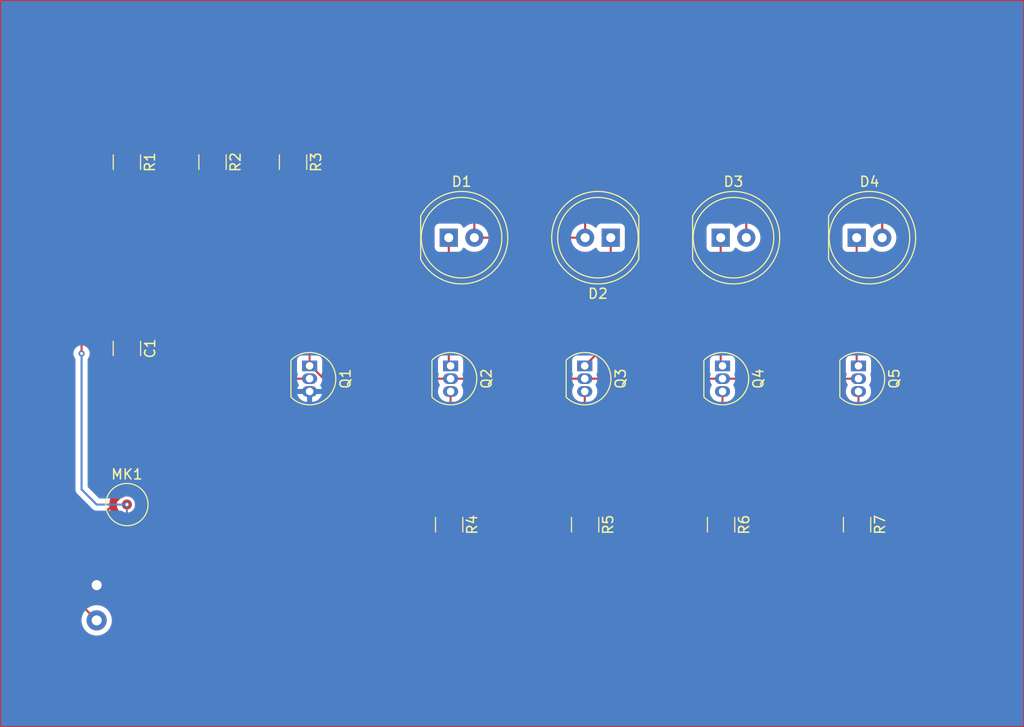
<source format=kicad_pcb>
(kicad_pcb (version 20240108) (generator "pcbnew") (generator_version "8.0")
  (layers (0 "F.Cu" signal) (31 "B.Cu" signal) (34 "B.Paste" user) (35 "F.Paste" user) (36 "B.SilkS" user "B.Silkscreen") (37 "F.SilkS" user "F.Silkscreen") (38 "B.Mask" user) (39 "F.Mask" user) (44 "Edge.Cuts" user))
  (net 0 "")
  (net 1 "Net-(Q1-B)")
  (net 2 "Net-(MK1-+)")
  (net 3 "+9V")
  (net 4 "Net-(D1-K)")
  (net 5 "Net-(D2-K)")
  (net 6 "Net-(D3-K)")
  (net 7 "Net-(D4-K)")
  (net 8 "GND")
  (net 9 "Net-(Q1-C)")
  (net 10 "Net-(Q2-E)")
  (net 11 "Net-(Q3-E)")
  (net 12 "Net-(Q4-E)")
  (net 13 "Net-(Q5-E)")
  (footprint "Resistor_SMD:R_1210_3225Metric" (layer "F.Cu") (at 121.5 69 -90)
    (property "Reference" "R2" (at 0 -2.28 90) (layer "F.SilkS"))
    (property "Value" "1M")
    (fp_line (start -0.723737 1.355) (end 0.723737 1.355) (stroke (width 0.12)) (layer "F.SilkS"))
    (fp_line (start -0.723737 -1.355) (end 0.723737 -1.355) (stroke (width 0.12)) (layer "F.SilkS"))
    (pad "1" smd roundrect (at -1.4625 0 270) (size 1.125 2.65) (layers "F.Cu" "F.Paste" "F.Mask") (roundrect_rratio 0.222222) (net 3 "+9V"))
    (pad "2" smd roundrect (at 1.4625 0 270) (size 1.125 2.65) (layers "F.Cu" "F.Paste" "F.Mask") (roundrect_rratio 0.222222) (net 1 "Net-(Q1-B)"))
  )
  (footprint "Resistor_SMD:R_1210_3225Metric" (layer "F.Cu") (at 145 105 -90)
    (property "Reference" "R4" (at 0 -2.28 90) (layer "F.SilkS"))
    (property "Value" "1k")
    (fp_line (start -0.723737 1.355) (end 0.723737 1.355) (stroke (width 0.12)) (layer "F.SilkS"))
    (fp_line (start -0.723737 -1.355) (end 0.723737 -1.355) (stroke (width 0.12)) (layer "F.SilkS"))
    (pad "1" smd roundrect (at -1.4625 0 270) (size 1.125 2.65) (layers "F.Cu" "F.Paste" "F.Mask") (roundrect_rratio 0.222222) (net 10 "Net-(Q2-E)"))
    (pad "2" smd roundrect (at 1.4625 0 270) (size 1.125 2.65) (layers "F.Cu" "F.Paste" "F.Mask") (roundrect_rratio 0.222222) (net 8 "GND"))
  )
  (footprint "Package_TO_SOT_THT:TO-92_Inline" (layer "F.Cu") (at 158.46 89.23 -90)
    (property "Reference" "Q3" (at 1.27 -3.56 90) (layer "F.SilkS"))
    (property "Value" "BC547")
    (fp_line (start -0.53 1.85) (end 3.07 1.85) (stroke (width 0.12)) (layer "F.SilkS"))
    (fp_arc (start -0.568478 1.838478) (mid -1.132087 -0.994977) (end 1.27 -2.6) (stroke (width 0.12)) (layer "F.SilkS"))
    (fp_arc (start 1.27 -2.6) (mid 3.672087 -0.994977) (end 3.108478 1.838478) (stroke (width 0.12)) (layer "F.SilkS"))
    (pad "1" thru_hole rect (at 0 0 270) (size 1.05 1.5) (drill 0.75) (layers "*.Cu" "*.Mask") (net 5 "Net-(D2-K)"))
    (pad "2" thru_hole oval (at 1.27 0 270) (size 1.05 1.5) (drill 0.75) (layers "*.Cu" "*.Mask") (net 9 "Net-(Q1-C)"))
    (pad "3" thru_hole oval (at 2.54 0 270) (size 1.05 1.5) (drill 0.75) (layers "*.Cu" "*.Mask") (net 11 "Net-(Q3-E)"))
  )
  (footprint "Package_TO_SOT_THT:TO-92_Inline" (layer "F.Cu") (at 131.14 89.23 -90)
    (property "Reference" "Q1" (at 1.27 -3.56 90) (layer "F.SilkS"))
    (property "Value" "BC547")
    (fp_line (start -0.53 1.85) (end 3.07 1.85) (stroke (width 0.12)) (layer "F.SilkS"))
    (fp_arc (start -0.568478 1.838478) (mid -1.132087 -0.994977) (end 1.27 -2.6) (stroke (width 0.12)) (layer "F.SilkS"))
    (fp_arc (start 1.27 -2.6) (mid 3.672087 -0.994977) (end 3.108478 1.838478) (stroke (width 0.12)) (layer "F.SilkS"))
    (pad "1" thru_hole rect (at 0 0 270) (size 1.05 1.5) (drill 0.75) (layers "*.Cu" "*.Mask") (net 9 "Net-(Q1-C)"))
    (pad "2" thru_hole oval (at 1.27 0 270) (size 1.05 1.5) (drill 0.75) (layers "*.Cu" "*.Mask") (net 1 "Net-(Q1-B)"))
    (pad "3" thru_hole oval (at 2.54 0 270) (size 1.05 1.5) (drill 0.75) (layers "*.Cu" "*.Mask") (net 8 "GND"))
  )
  (footprint "LED_THT:LED_D8.0mm" (layer "F.Cu") (at 171.96 76.5)
    (property "Reference" "D3" (at 1.27 -5.56 0) (layer "F.SilkS"))
    (property "Value" "LED")
    (fp_line (start -2.79 -2.142) (end -2.79 2.142) (stroke (width 0.12)) (layer "F.SilkS"))
    (fp_arc (start -2.79 -2.141145) (mid 2.373119 -4.455472) (end 5.86 0.000486) (stroke (width 0.12)) (layer "F.SilkS"))
    (fp_arc (start 5.86 -0.000486) (mid 2.373119 4.455472) (end -2.79 2.141145) (stroke (width 0.12)) (layer "F.SilkS"))
    (fp_circle (center 1.27 0) (end 5.27 0) (stroke (width 0.12)) (fill none) (layer "F.SilkS"))
    (pad "1" thru_hole rect (at 0 0) (size 1.8 1.8) (drill 0.9) (layers "*.Cu" "*.Mask") (net 6 "Net-(D3-K)"))
    (pad "2" thru_hole circle (at 2.54 0) (size 1.8 1.8) (drill 0.9) (layers "*.Cu" "*.Mask") (net 3 "+9V"))
  )
  (footprint "Resistor_SMD:R_1210_3225Metric" (layer "F.Cu") (at 172 105 -90)
    (property "Reference" "R6" (at 0 -2.28 90) (layer "F.SilkS"))
    (property "Value" "1k")
    (fp_line (start -0.723737 1.355) (end 0.723737 1.355) (stroke (width 0.12)) (layer "F.SilkS"))
    (fp_line (start -0.723737 -1.355) (end 0.723737 -1.355) (stroke (width 0.12)) (layer "F.SilkS"))
    (pad "1" smd roundrect (at -1.4625 0 270) (size 1.125 2.65) (layers "F.Cu" "F.Paste" "F.Mask") (roundrect_rratio 0.222222) (net 12 "Net-(Q4-E)"))
    (pad "2" smd roundrect (at 1.4625 0 270) (size 1.125 2.65) (layers "F.Cu" "F.Paste" "F.Mask") (roundrect_rratio 0.222222) (net 8 "GND"))
  )
  (footprint "LED_THT:LED_D8.0mm" (layer "F.Cu") (at 185.46 76.5)
    (property "Reference" "D4" (at 1.27 -5.56 0) (layer "F.SilkS"))
    (property "Value" "LED")
    (fp_line (start -2.79 -2.142) (end -2.79 2.142) (stroke (width 0.12)) (layer "F.SilkS"))
    (fp_arc (start -2.79 -2.141145) (mid 2.373119 -4.455472) (end 5.86 0.000486) (stroke (width 0.12)) (layer "F.SilkS"))
    (fp_arc (start 5.86 -0.000486) (mid 2.373119 4.455472) (end -2.79 2.141145) (stroke (width 0.12)) (layer "F.SilkS"))
    (fp_circle (center 1.27 0) (end 5.27 0) (stroke (width 0.12)) (fill none) (layer "F.SilkS"))
    (pad "1" thru_hole rect (at 0 0) (size 1.8 1.8) (drill 0.9) (layers "*.Cu" "*.Mask") (net 7 "Net-(D4-K)"))
    (pad "2" thru_hole circle (at 2.54 0) (size 1.8 1.8) (drill 0.9) (layers "*.Cu" "*.Mask") (net 3 "+9V"))
  )
  (footprint "LED_THT:LED_D8.0mm" (layer "F.Cu") (at 144.96 76.5)
    (property "Reference" "D1" (at 1.27 -5.56 0) (layer "F.SilkS"))
    (property "Value" "LED")
    (fp_line (start -2.79 -2.142) (end -2.79 2.142) (stroke (width 0.12)) (layer "F.SilkS"))
    (fp_arc (start -2.79 -2.141145) (mid 2.373119 -4.455472) (end 5.86 0.000486) (stroke (width 0.12)) (layer "F.SilkS"))
    (fp_arc (start 5.86 -0.000486) (mid 2.373119 4.455472) (end -2.79 2.141145) (stroke (width 0.12)) (layer "F.SilkS"))
    (fp_circle (center 1.27 0) (end 5.27 0) (stroke (width 0.12)) (fill none) (layer "F.SilkS"))
    (pad "1" thru_hole rect (at 0 0) (size 1.8 1.8) (drill 0.9) (layers "*.Cu" "*.Mask") (net 4 "Net-(D1-K)"))
    (pad "2" thru_hole circle (at 2.54 0) (size 1.8 1.8) (drill 0.9) (layers "*.Cu" "*.Mask") (net 3 "+9V"))
  )
  (footprint "Package_TO_SOT_THT:TO-92_Inline" (layer "F.Cu") (at 172.14 89.23 -90)
    (property "Reference" "Q4" (at 1.27 -3.56 90) (layer "F.SilkS"))
    (property "Value" "BC547")
    (fp_line (start -0.53 1.85) (end 3.07 1.85) (stroke (width 0.12)) (layer "F.SilkS"))
    (fp_arc (start -0.568478 1.838478) (mid -1.132087 -0.994977) (end 1.27 -2.6) (stroke (width 0.12)) (layer "F.SilkS"))
    (fp_arc (start 1.27 -2.6) (mid 3.672087 -0.994977) (end 3.108478 1.838478) (stroke (width 0.12)) (layer "F.SilkS"))
    (pad "1" thru_hole rect (at 0 0 270) (size 1.05 1.5) (drill 0.75) (layers "*.Cu" "*.Mask") (net 6 "Net-(D3-K)"))
    (pad "2" thru_hole oval (at 1.27 0 270) (size 1.05 1.5) (drill 0.75) (layers "*.Cu" "*.Mask") (net 9 "Net-(Q1-C)"))
    (pad "3" thru_hole oval (at 2.54 0 270) (size 1.05 1.5) (drill 0.75) (layers "*.Cu" "*.Mask") (net 12 "Net-(Q4-E)"))
  )
  (footprint "Resistor_SMD:R_1210_3225Metric" (layer "F.Cu") (at 113 69 -90)
    (property "Reference" "R1" (at 0 -2.28 90) (layer "F.SilkS"))
    (property "Value" "10k")
    (fp_line (start -0.723737 1.355) (end 0.723737 1.355) (stroke (width 0.12)) (layer "F.SilkS"))
    (fp_line (start -0.723737 -1.355) (end 0.723737 -1.355) (stroke (width 0.12)) (layer "F.SilkS"))
    (pad "1" smd roundrect (at -1.4625 0 270) (size 1.125 2.65) (layers "F.Cu" "F.Paste" "F.Mask") (roundrect_rratio 0.222222) (net 3 "+9V"))
    (pad "2" smd roundrect (at 1.4625 0 270) (size 1.125 2.65) (layers "F.Cu" "F.Paste" "F.Mask") (roundrect_rratio 0.222222) (net 2 "Net-(MK1-+)"))
  )
  (footprint "Resistor_SMD:R_1210_3225Metric" (layer "F.Cu") (at 158.5 105 -90)
    (property "Reference" "R5" (at 0 -2.28 90) (layer "F.SilkS"))
    (property "Value" "1k")
    (fp_line (start -0.723737 1.355) (end 0.723737 1.355) (stroke (width 0.12)) (layer "F.SilkS"))
    (fp_line (start -0.723737 -1.355) (end 0.723737 -1.355) (stroke (width 0.12)) (layer "F.SilkS"))
    (pad "1" smd roundrect (at -1.4625 0 270) (size 1.125 2.65) (layers "F.Cu" "F.Paste" "F.Mask") (roundrect_rratio 0.222222) (net 11 "Net-(Q3-E)"))
    (pad "2" smd roundrect (at 1.4625 0 270) (size 1.125 2.65) (layers "F.Cu" "F.Paste" "F.Mask") (roundrect_rratio 0.222222) (net 8 "GND"))
  )
  (footprint "Package_TO_SOT_THT:TO-92_Inline" (layer "F.Cu") (at 185.64 89.23 -90)
    (property "Reference" "Q5" (at 1.27 -3.56 90) (layer "F.SilkS"))
    (property "Value" "BC547")
    (fp_line (start -0.53 1.85) (end 3.07 1.85) (stroke (width 0.12)) (layer "F.SilkS"))
    (fp_arc (start -0.568478 1.838478) (mid -1.132087 -0.994977) (end 1.27 -2.6) (stroke (width 0.12)) (layer "F.SilkS"))
    (fp_arc (start 1.27 -2.6) (mid 3.672087 -0.994977) (end 3.108478 1.838478) (stroke (width 0.12)) (layer "F.SilkS"))
    (pad "1" thru_hole rect (at 0 0 270) (size 1.05 1.5) (drill 0.75) (layers "*.Cu" "*.Mask") (net 7 "Net-(D4-K)"))
    (pad "2" thru_hole oval (at 1.27 0 270) (size 1.05 1.5) (drill 0.75) (layers "*.Cu" "*.Mask") (net 9 "Net-(Q1-C)"))
    (pad "3" thru_hole oval (at 2.54 0 270) (size 1.05 1.5) (drill 0.75) (layers "*.Cu" "*.Mask") (net 13 "Net-(Q5-E)"))
  )
  (footprint "Capacitor_SMD:C_1210_3225Metric" (layer "F.Cu") (at 113 87.5 -90)
    (property "Reference" "C1" (at 0 -2.3 90) (layer "F.SilkS"))
    (property "Value" "100n")
    (fp_line (start -0.711252 1.36) (end 0.711252 1.36) (stroke (width 0.12)) (layer "F.SilkS"))
    (fp_line (start -0.711252 -1.36) (end 0.711252 -1.36) (stroke (width 0.12)) (layer "F.SilkS"))
    (pad "1" smd roundrect (at -1.475 0 270) (size 1.15 2.7) (layers "F.Cu" "F.Paste" "F.Mask") (roundrect_rratio 0.217391) (net 2 "Net-(MK1-+)"))
    (pad "2" smd roundrect (at 1.475 0 270) (size 1.15 2.7) (layers "F.Cu" "F.Paste" "F.Mask") (roundrect_rratio 0.217391) (net 1 "Net-(Q1-B)"))
  )
  (footprint "Resistor_SMD:R_1210_3225Metric" (layer "F.Cu") (at 129.5 69 -90)
    (property "Reference" "R3" (at 0 -2.28 90) (layer "F.SilkS"))
    (property "Value" "10k")
    (fp_line (start -0.723737 1.355) (end 0.723737 1.355) (stroke (width 0.12)) (layer "F.SilkS"))
    (fp_line (start -0.723737 -1.355) (end 0.723737 -1.355) (stroke (width 0.12)) (layer "F.SilkS"))
    (pad "1" smd roundrect (at -1.4625 0 270) (size 1.125 2.65) (layers "F.Cu" "F.Paste" "F.Mask") (roundrect_rratio 0.222222) (net 3 "+9V"))
    (pad "2" smd roundrect (at 1.4625 0 270) (size 1.125 2.65) (layers "F.Cu" "F.Paste" "F.Mask") (roundrect_rratio 0.222222) (net 9 "Net-(Q1-C)"))
  )
  (footprint "LED_THT:LED_D8.0mm" (layer "F.Cu") (at 161.04 76.5 180)
    (property "Reference" "D2" (at 1.27 -5.56 0) (layer "F.SilkS"))
    (property "Value" "LED")
    (fp_line (start -2.79 -2.142) (end -2.79 2.142) (stroke (width 0.12)) (layer "F.SilkS"))
    (fp_arc (start 5.86 -0.000486) (mid 2.373119 4.455472) (end -2.79 2.141145) (stroke (width 0.12)) (layer "F.SilkS"))
    (fp_arc (start -2.79 -2.141145) (mid 2.373119 -4.455472) (end 5.86 0.000486) (stroke (width 0.12)) (layer "F.SilkS"))
    (fp_circle (center 1.27 0) (end 5.27 0) (stroke (width 0.12)) (fill none) (layer "F.SilkS"))
    (pad "1" thru_hole rect (at 0 0 180) (size 1.8 1.8) (drill 0.9) (layers "*.Cu" "*.Mask") (net 5 "Net-(D2-K)"))
    (pad "2" thru_hole circle (at 2.54 0 180) (size 1.8 1.8) (drill 0.9) (layers "*.Cu" "*.Mask") (net 3 "+9V"))
  )
  (footprint "Sensor_Audio:CUI_CMC-4013-SMT" (layer "F.Cu") (at 113 103)
    (property "Reference" "MK1" (at 0 -3 0) (layer "F.SilkS"))
    (property "Value" "Microphone")
    (fp_circle (center 0 0) (end 2.1 0) (stroke (width 0.12)) (fill none) (layer "F.SilkS"))
    (pad "1" smd custom (at 0 -1.375) (size 0.75 0.75) (layers "F.Cu" "F.Paste" "F.Mask") (net 8 "GND") (options (clearance outline) (anchor circle)) (primitives (gr_circle (center 0 1.375) (end 1.375 1.375) (width 0.75) (fill no))))
    (pad "2" smd circle (at 0 0) (size 1 1) (layers "F.Cu" "F.Paste" "F.Mask") (net 2 "Net-(MK1-+)"))
  )
  (footprint "Resistor_SMD:R_1210_3225Metric" (layer "F.Cu") (at 185.5 105 -90)
    (property "Reference" "R7" (at 0 -2.28 90) (layer "F.SilkS"))
    (property "Value" "1k")
    (fp_line (start -0.723737 1.355) (end 0.723737 1.355) (stroke (width 0.12)) (layer "F.SilkS"))
    (fp_line (start -0.723737 -1.355) (end 0.723737 -1.355) (stroke (width 0.12)) (layer "F.SilkS"))
    (pad "1" smd roundrect (at -1.4625 0 270) (size 1.125 2.65) (layers "F.Cu" "F.Paste" "F.Mask") (roundrect_rratio 0.222222) (net 13 "Net-(Q5-E)"))
    (pad "2" smd roundrect (at 1.4625 0 270) (size 1.125 2.65) (layers "F.Cu" "F.Paste" "F.Mask") (roundrect_rratio 0.222222) (net 8 "GND"))
  )
  (footprint "Package_TO_SOT_THT:TO-92_Inline" (layer "F.Cu") (at 145.14 89.23 -90)
    (property "Reference" "Q2" (at 1.27 -3.56 90) (layer "F.SilkS"))
    (property "Value" "BC547")
    (fp_line (start -0.53 1.85) (end 3.07 1.85) (stroke (width 0.12)) (layer "F.SilkS"))
    (fp_arc (start -0.568478 1.838478) (mid -1.132087 -0.994977) (end 1.27 -2.6) (stroke (width 0.12)) (layer "F.SilkS"))
    (fp_arc (start 1.27 -2.6) (mid 3.672087 -0.994977) (end 3.108478 1.838478) (stroke (width 0.12)) (layer "F.SilkS"))
    (pad "1" thru_hole rect (at 0 0 270) (size 1.05 1.5) (drill 0.75) (layers "*.Cu" "*.Mask") (net 4 "Net-(D1-K)"))
    (pad "2" thru_hole oval (at 1.27 0 270) (size 1.05 1.5) (drill 0.75) (layers "*.Cu" "*.Mask") (net 9 "Net-(Q1-C)"))
    (pad "3" thru_hole oval (at 2.54 0 270) (size 1.05 1.5) (drill 0.75) (layers "*.Cu" "*.Mask") (net 10 "Net-(Q2-E)"))
  )
  (gr_line (start 202 53) (end 100.5 53) (stroke (width 0.2)) (layer "F.Cu"))
  (gr_line (start 202 125) (end 202 53) (stroke (width 0.2)) (layer "F.Cu"))
  (gr_line (start 100.5 53) (end 100.5 125) (stroke (width 0.2)) (layer "F.Cu"))
  (gr_line (start 100.5 125) (end 202 125) (stroke (width 0.2)) (layer "F.Cu"))
  (segment (start 131.14 90.5) (end 125 90.5) (width 0.2) (layer "F.Cu") (net 1))
  (segment (start 125 90.5) (end 120.525 86.025) (width 0.2) (layer "F.Cu") (net 1))
  (segment (start 120.525 86.025) (end 117.575 88.975) (width 0.2) (layer "F.Cu") (net 1))
  (segment (start 120.525 71.4375) (end 120.525 86.025) (width 0.2) (layer "F.Cu") (net 1))
  (segment (start 121.5 70.4625) (end 120.525 71.4375) (width 0.2) (layer "F.Cu") (net 1))
  (segment (start 117.575 88.975) (end 113 88.975) (width 0.2) (layer "F.Cu") (net 1))
  (segment (start 113 70.4625) (end 113 86.025) (width 0.2) (layer "F.Cu") (net 2))
  (segment (start 113 86.025) (end 108.525 86.025) (width 0.2) (layer "F.Cu") (net 2))
  (segment (start 108.5 86) (end 108.5 88) (width 0.2) (layer "F.Cu") (net 2))
  (segment (start 108.525 86.025) (end 108.5 86) (width 0.2) (layer "F.Cu") (net 2))
  (via (at 108.5 88) (size 0.6) (drill 0.3) (layers "F.Cu" "B.Cu") (net 2))
  (via (at 113 103) (size 0.6) (drill 0.3) (layers "F.Cu" "B.Cu") (net 2))
  (segment (start 108.5 101.5) (end 108.5 88) (width 0.2) (layer "B.Cu") (net 2))
  (segment (start 110 103) (end 108.5 101.5) (width 0.2) (layer "B.Cu") (net 2))
  (segment (start 113 103) (end 110 103) (width 0.2) (layer "B.Cu") (net 2))
  (segment (start 147.5 76.5) (end 158.5 76.5) (width 0.2) (layer "F.Cu") (net 3))
  (segment (start 110 114.5) (end 106 110.5) (width 0.2) (layer "F.Cu") (net 3))
  (segment (start 147.5 67.5) (end 147.5 76.5) (width 0.2) (layer "F.Cu") (net 3))
  (segment (start 158.5 76.5) (end 158.5 67.5) (width 0.2) (layer "F.Cu") (net 3))
  (segment (start 187.5 67.5) (end 188 68) (width 0.2) (layer "F.Cu") (net 3))
  (segment (start 129.5 67.5375) (end 147.4625 67.5375) (width 0.2) (layer "F.Cu") (net 3))
  (segment (start 106 70) (end 108.4625 67.5375) (width 0.2) (layer "F.Cu") (net 3))
  (segment (start 188 68) (end 188 76.5) (width 0.2) (layer "F.Cu") (net 3))
  (segment (start 147.4625 67.5375) (end 147.5 67.5) (width 0.2) (layer "F.Cu") (net 3))
  (segment (start 121.5 67.5375) (end 129.5 67.5375) (width 0.2) (layer "F.Cu") (net 3))
  (segment (start 106 110.5) (end 106 70) (width 0.2) (layer "F.Cu") (net 3))
  (segment (start 174.5 67.5) (end 187.5 67.5) (width 0.2) (layer "F.Cu") (net 3))
  (segment (start 174.5 76.5) (end 174.5 67.5) (width 0.2) (layer "F.Cu") (net 3))
  (segment (start 113 67.5375) (end 121.5 67.5375) (width 0.2) (layer "F.Cu") (net 3))
  (segment (start 108.4625 67.5375) (end 113 67.5375) (width 0.2) (layer "F.Cu") (net 3))
  (segment (start 158.5 67.5) (end 174.5 67.5) (width 0.2) (layer "F.Cu") (net 3))
  (via (at 110 114.5) (size 2) (drill 1) (layers "F.Cu" "B.Cu") (net 3))
  (segment (start 144.96 89.05) (end 145.14 89.23) (width 0.2) (layer "F.Cu") (net 4))
  (segment (start 144.96 76.5) (end 144.96 89.05) (width 0.2) (layer "F.Cu") (net 4))
  (segment (start 161.04 86.65) (end 158.46 89.23) (width 0.2) (layer "F.Cu") (net 5))
  (segment (start 161.04 76.5) (end 161.04 86.65) (width 0.2) (layer "F.Cu") (net 5))
  (segment (start 171.96 76.5) (end 171.96 89.05) (width 0.2) (layer "F.Cu") (net 6))
  (segment (start 171.96 89.05) (end 172.14 89.23) (width 0.2) (layer "F.Cu") (net 6))
  (segment (start 185.46 76.5) (end 185.46 89.05) (width 0.2) (layer "F.Cu") (net 7))
  (segment (start 185.46 89.05) (end 185.64 89.23) (width 0.2) (layer "F.Cu") (net 7))
  (segment (start 110 111) (end 110 104.625) (width 0.2) (layer "F.Cu") (net 8))
  (segment (start 131.14 91.77) (end 122.48 91.77) (width 0.2) (layer "F.Cu") (net 8))
  (segment (start 122.48 91.77) (end 113 101.25) (width 0.2) (layer "F.Cu") (net 8))
  (segment (start 145 106.4625) (end 117.8375 106.4625) (width 0.2) (layer "F.Cu") (net 8))
  (segment (start 117.8375 106.4625) (end 113 101.625) (width 0.2) (layer "F.Cu") (net 8))
  (segment (start 172 106.4625) (end 158.5 106.4625) (width 0.2) (layer "F.Cu") (net 8))
  (segment (start 185.5 106.4625) (end 172 106.4625) (width 0.2) (layer "F.Cu") (net 8))
  (segment (start 158.5 106.4625) (end 145 106.4625) (width 0.2) (layer "F.Cu") (net 8))
  (segment (start 110 104.625) (end 113 101.625) (width 0.2) (layer "F.Cu") (net 8))
  (via (at 110 111) (size 2) (drill 1) (layers "F.Cu" "B.Cu") (net 8))
  (segment (start 113 108) (end 113 103.6) (width 0.2) (layer "B.Cu") (net 8))
  (segment (start 110 111) (end 113 108) (width 0.2) (layer "B.Cu") (net 8))
  (segment (start 172.14 90.5) (end 158.46 90.5) (width 0.2) (layer "F.Cu") (net 9))
  (segment (start 158.46 90.5) (end 145.14 90.5) (width 0.2) (layer "F.Cu") (net 9))
  (segment (start 185.64 90.5) (end 172.14 90.5) (width 0.2) (layer "F.Cu") (net 9))
  (segment (start 131.14 72.1025) (end 131.14 89.23) (width 0.2) (layer "F.Cu") (net 9))
  (segment (start 129.5 70.4625) (end 131.14 72.1025) (width 0.2) (layer "F.Cu") (net 9))
  (segment (start 131.261726 89.23) (end 131.14 89.23) (width 0.2) (layer "F.Cu") (net 9))
  (segment (start 132.531726 90.5) (end 131.261726 89.23) (width 0.2) (layer "F.Cu") (net 9))
  (segment (start 145.14 90.5) (end 132.531726 90.5) (width 0.2) (layer "F.Cu") (net 9))
  (segment (start 145.14 103.3975) (end 145 103.5375) (width 0.2) (layer "F.Cu") (net 10))
  (segment (start 145.14 91.77) (end 145.14 103.3975) (width 0.2) (layer "F.Cu") (net 10))
  (segment (start 158.46 103.4975) (end 158.5 103.5375) (width 0.2) (layer "F.Cu") (net 11))
  (segment (start 158.46 91.77) (end 158.46 103.4975) (width 0.2) (layer "F.Cu") (net 11))
  (segment (start 172.14 103.3975) (end 172 103.5375) (width 0.2) (layer "F.Cu") (net 12))
  (segment (start 172.14 91.77) (end 172.14 103.3975) (width 0.2) (layer "F.Cu") (net 12))
  (segment (start 185.64 103.3975) (end 185.5 103.5375) (width 0.2) (layer "F.Cu") (net 13))
  (segment (start 185.64 91.77) (end 185.64 103.3975) (width 0.2) (layer "F.Cu") (net 13))
  (zone (net 8) (net_name "GND") (layer "B.Cu") (connect_pads (clearance 0.5)) (min_thickness 0.25) (fill yes (thermal_gap 0.5) (thermal_bridge_width 0.5))
    (polygon (pts (xy 100.5 125) (xy 100.5 53) (xy 202 53) (xy 202 125)))
  )
)
</source>
